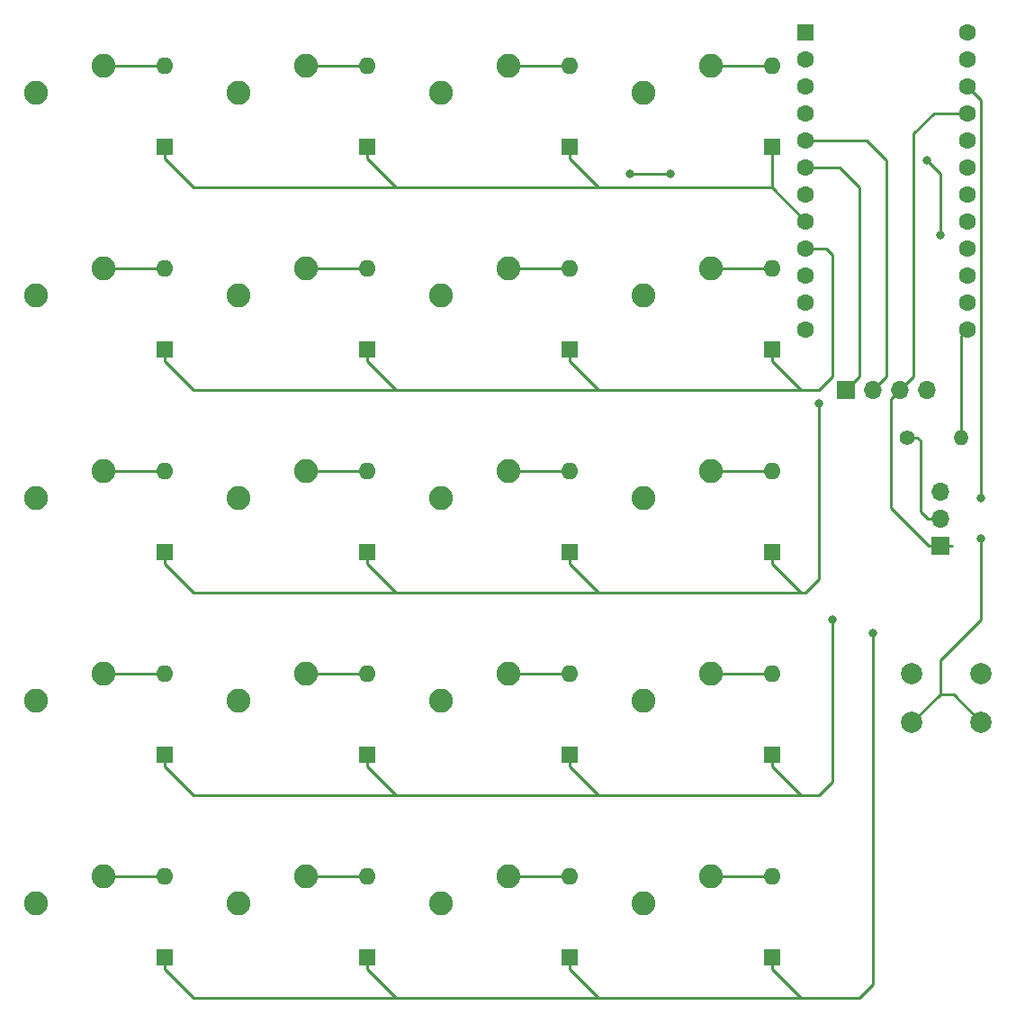
<source format=gbr>
G04 #@! TF.GenerationSoftware,KiCad,Pcbnew,(5.1.5)-3*
G04 #@! TF.CreationDate,2020-01-22T14:59:37+00:00*
G04 #@! TF.ProjectId,macro20,6d616372-6f32-4302-9e6b-696361645f70,rev?*
G04 #@! TF.SameCoordinates,Original*
G04 #@! TF.FileFunction,Copper,L1,Top*
G04 #@! TF.FilePolarity,Positive*
%FSLAX46Y46*%
G04 Gerber Fmt 4.6, Leading zero omitted, Abs format (unit mm)*
G04 Created by KiCad (PCBNEW (5.1.5)-3) date 2020-01-22 14:59:37*
%MOMM*%
%LPD*%
G04 APERTURE LIST*
%ADD10C,2.250000*%
%ADD11C,1.600000*%
%ADD12R,1.600000X1.600000*%
%ADD13O,1.400000X1.400000*%
%ADD14C,1.400000*%
%ADD15O,1.700000X1.700000*%
%ADD16R,1.700000X1.700000*%
%ADD17C,2.000000*%
%ADD18O,1.600000X1.600000*%
%ADD19C,0.800000*%
%ADD20C,0.250000*%
G04 APERTURE END LIST*
D10*
X139700000Y-57150000D03*
X133350000Y-59690000D03*
X82550000Y-57150000D03*
X76200000Y-59690000D03*
X82550000Y-76200000D03*
X76200000Y-78740000D03*
X82550000Y-95250000D03*
X76200000Y-97790000D03*
X82550000Y-114300000D03*
X76200000Y-116840000D03*
X82550000Y-133350000D03*
X76200000Y-135890000D03*
X101600000Y-57150000D03*
X95250000Y-59690000D03*
X101600000Y-76200000D03*
X95250000Y-78740000D03*
X101600000Y-95250000D03*
X95250000Y-97790000D03*
X101600000Y-114300000D03*
X95250000Y-116840000D03*
X101600000Y-133350000D03*
X95250000Y-135890000D03*
X120650000Y-57150000D03*
X114300000Y-59690000D03*
X120650000Y-76200000D03*
X114300000Y-78740000D03*
X120650000Y-95250000D03*
X114300000Y-97790000D03*
X120650000Y-114300000D03*
X114300000Y-116840000D03*
X120650000Y-133350000D03*
X114300000Y-135890000D03*
X139700000Y-76200000D03*
X133350000Y-78740000D03*
X139700000Y-95250000D03*
X133350000Y-97790000D03*
X139700000Y-114300000D03*
X133350000Y-116840000D03*
X139700000Y-133350000D03*
X133350000Y-135890000D03*
D11*
X163830000Y-53975000D03*
X163830000Y-56515000D03*
X163830000Y-59055000D03*
X163830000Y-61595000D03*
X163830000Y-64135000D03*
X163830000Y-66675000D03*
X163830000Y-69215000D03*
X163830000Y-71755000D03*
X163830000Y-74295000D03*
X163830000Y-76835000D03*
X163830000Y-79375000D03*
X163830000Y-81915000D03*
X148590000Y-81915000D03*
X148590000Y-79375000D03*
X148590000Y-76835000D03*
X148590000Y-74295000D03*
X148590000Y-71755000D03*
X148590000Y-69215000D03*
X148590000Y-66675000D03*
X148590000Y-64135000D03*
X148590000Y-61595000D03*
X148590000Y-59055000D03*
X148590000Y-56515000D03*
D12*
X148590000Y-53975000D03*
D13*
X163195000Y-92075000D03*
D14*
X158115000Y-92075000D03*
D15*
X160020000Y-87630000D03*
X157480000Y-87630000D03*
X154940000Y-87630000D03*
D16*
X152400000Y-87630000D03*
D17*
X165100000Y-114300000D03*
X165100000Y-118800000D03*
X158600000Y-114300000D03*
X158600000Y-118800000D03*
D15*
X161290000Y-97155000D03*
X161290000Y-99695000D03*
D16*
X161290000Y-102235000D03*
D18*
X145415000Y-133350000D03*
D12*
X145415000Y-140970000D03*
D18*
X145415000Y-114300000D03*
D12*
X145415000Y-121920000D03*
D18*
X145415000Y-95250000D03*
D12*
X145415000Y-102870000D03*
D18*
X145415000Y-76200000D03*
D12*
X145415000Y-83820000D03*
D18*
X145415000Y-57150000D03*
D12*
X145415000Y-64770000D03*
D18*
X126365000Y-133350000D03*
D12*
X126365000Y-140970000D03*
D18*
X126365000Y-114300000D03*
D12*
X126365000Y-121920000D03*
D18*
X126365000Y-95250000D03*
D12*
X126365000Y-102870000D03*
D18*
X126365000Y-76200000D03*
D12*
X126365000Y-83820000D03*
D18*
X126365000Y-57150000D03*
D12*
X126365000Y-64770000D03*
D18*
X107315000Y-133350000D03*
D12*
X107315000Y-140970000D03*
D18*
X107315000Y-114300000D03*
D12*
X107315000Y-121920000D03*
D18*
X107315000Y-95250000D03*
D12*
X107315000Y-102870000D03*
D18*
X107315000Y-76200000D03*
D12*
X107315000Y-83820000D03*
D18*
X107315000Y-57150000D03*
D12*
X107315000Y-64770000D03*
D18*
X88265000Y-133350000D03*
D12*
X88265000Y-140970000D03*
D18*
X88265000Y-114300000D03*
D12*
X88265000Y-121920000D03*
D18*
X88265000Y-95250000D03*
D12*
X88265000Y-102870000D03*
D18*
X88265000Y-76200000D03*
D12*
X88265000Y-83820000D03*
D18*
X88265000Y-57150000D03*
D12*
X88265000Y-64770000D03*
D19*
X149860000Y-88900000D03*
X151130000Y-109220000D03*
X154940000Y-110490000D03*
X135890000Y-67310000D03*
X132080000Y-67310000D03*
X160020000Y-66040000D03*
X161290000Y-73025000D03*
X165100000Y-97790000D03*
X165100000Y-101600000D03*
D20*
X82550000Y-57150000D02*
X88265000Y-57150000D01*
X88265000Y-65820000D02*
X91025000Y-68580000D01*
X88265000Y-64770000D02*
X88265000Y-65820000D01*
X142655000Y-68580000D02*
X142240000Y-68580000D01*
X107315000Y-65820000D02*
X110075000Y-68580000D01*
X107315000Y-64770000D02*
X107315000Y-65820000D01*
X91025000Y-68580000D02*
X111760000Y-68580000D01*
X110075000Y-68580000D02*
X111760000Y-68580000D01*
X123605000Y-68580000D02*
X121920000Y-68580000D01*
X144283630Y-68580000D02*
X142240000Y-68580000D01*
X129125000Y-68580000D02*
X129540000Y-68580000D01*
X126365000Y-65820000D02*
X129125000Y-68580000D01*
X111760000Y-68580000D02*
X129540000Y-68580000D01*
X126365000Y-64770000D02*
X126365000Y-65820000D01*
X129540000Y-68580000D02*
X142240000Y-68580000D01*
X145415000Y-68580000D02*
X148590000Y-71755000D01*
X145415000Y-64770000D02*
X145415000Y-68580000D01*
X145415000Y-68580000D02*
X144283630Y-68580000D01*
X82550000Y-76200000D02*
X88265000Y-76200000D01*
X88265000Y-84870000D02*
X88265000Y-83820000D01*
X91025000Y-87630000D02*
X88265000Y-84870000D01*
X148590000Y-74295000D02*
X150495000Y-74295000D01*
X150495000Y-74295000D02*
X151130000Y-74930000D01*
X151130000Y-86360000D02*
X149860000Y-87630000D01*
X151130000Y-74930000D02*
X151130000Y-86360000D01*
X148175000Y-87630000D02*
X149860000Y-87630000D01*
X145415000Y-84870000D02*
X148175000Y-87630000D01*
X145415000Y-83820000D02*
X145415000Y-84870000D01*
X126365000Y-84870000D02*
X129125000Y-87630000D01*
X126365000Y-83820000D02*
X126365000Y-84870000D01*
X129125000Y-87630000D02*
X130810000Y-87630000D01*
X149860000Y-87630000D02*
X130810000Y-87630000D01*
X110075000Y-87630000D02*
X113030000Y-87630000D01*
X107315000Y-84870000D02*
X110075000Y-87630000D01*
X107315000Y-83820000D02*
X107315000Y-84870000D01*
X130810000Y-87630000D02*
X113030000Y-87630000D01*
X113030000Y-87630000D02*
X91025000Y-87630000D01*
X82550000Y-95250000D02*
X88265000Y-95250000D01*
X88265000Y-103920000D02*
X88265000Y-102870000D01*
X91025000Y-106680000D02*
X88265000Y-103920000D01*
X126365000Y-103920000D02*
X129125000Y-106680000D01*
X126365000Y-102870000D02*
X126365000Y-103920000D01*
X129125000Y-106680000D02*
X129540000Y-106680000D01*
X107315000Y-103920000D02*
X110075000Y-106680000D01*
X107315000Y-102870000D02*
X107315000Y-103920000D01*
X110075000Y-106680000D02*
X111760000Y-106680000D01*
X129540000Y-106680000D02*
X111760000Y-106680000D01*
X111760000Y-106680000D02*
X91025000Y-106680000D01*
X147320000Y-106680000D02*
X146050000Y-106680000D01*
X146050000Y-106680000D02*
X129540000Y-106680000D01*
X148175000Y-106680000D02*
X148590000Y-106680000D01*
X145415000Y-102870000D02*
X145415000Y-103920000D01*
X145415000Y-103920000D02*
X148175000Y-106680000D01*
X148590000Y-106680000D02*
X146050000Y-106680000D01*
X149860000Y-105410000D02*
X148590000Y-106680000D01*
X149860000Y-88900000D02*
X149860000Y-105410000D01*
X82550000Y-114300000D02*
X88265000Y-114300000D01*
X88265000Y-122970000D02*
X91025000Y-125730000D01*
X88265000Y-121920000D02*
X88265000Y-122970000D01*
X91025000Y-125730000D02*
X92710000Y-125730000D01*
X110075000Y-125730000D02*
X110490000Y-125730000D01*
X107315000Y-122970000D02*
X110075000Y-125730000D01*
X107315000Y-121920000D02*
X107315000Y-122970000D01*
X92710000Y-125730000D02*
X110490000Y-125730000D01*
X129125000Y-125730000D02*
X130810000Y-125730000D01*
X126365000Y-122970000D02*
X129125000Y-125730000D01*
X126365000Y-121920000D02*
X126365000Y-122970000D01*
X110490000Y-125730000D02*
X130810000Y-125730000D01*
X151130000Y-124460000D02*
X149860000Y-125730000D01*
X130810000Y-125730000D02*
X137160000Y-125730000D01*
X151130000Y-109220000D02*
X151130000Y-124460000D01*
X137160000Y-125730000D02*
X138430000Y-125730000D01*
X148175000Y-125730000D02*
X148590000Y-125730000D01*
X145415000Y-121920000D02*
X145415000Y-122970000D01*
X145415000Y-122970000D02*
X148175000Y-125730000D01*
X149860000Y-125730000D02*
X148590000Y-125730000D01*
X148590000Y-125730000D02*
X137160000Y-125730000D01*
X82550000Y-133350000D02*
X88265000Y-133350000D01*
X88265000Y-142020000D02*
X91025000Y-144780000D01*
X88265000Y-140970000D02*
X88265000Y-142020000D01*
X91025000Y-144780000D02*
X93980000Y-144780000D01*
X107315000Y-142020000D02*
X110075000Y-144780000D01*
X107315000Y-140970000D02*
X107315000Y-142020000D01*
X93980000Y-144780000D02*
X120650000Y-144780000D01*
X110075000Y-144780000D02*
X120650000Y-144780000D01*
X126365000Y-142020000D02*
X129125000Y-144780000D01*
X126365000Y-140970000D02*
X126365000Y-142020000D01*
X120650000Y-144780000D02*
X133350000Y-144780000D01*
X129125000Y-144780000D02*
X133350000Y-144780000D01*
X154940000Y-143510000D02*
X153670000Y-144780000D01*
X154940000Y-110490000D02*
X154940000Y-143510000D01*
X133350000Y-144780000D02*
X139700000Y-144780000D01*
X139700000Y-144780000D02*
X140970000Y-144780000D01*
X148175000Y-144780000D02*
X148590000Y-144780000D01*
X145415000Y-140970000D02*
X145415000Y-142020000D01*
X153670000Y-144780000D02*
X148590000Y-144780000D01*
X145415000Y-142020000D02*
X148175000Y-144780000D01*
X148590000Y-144780000D02*
X139700000Y-144780000D01*
X101600000Y-57150000D02*
X107315000Y-57150000D01*
X101600000Y-76200000D02*
X107315000Y-76200000D01*
X101600000Y-95250000D02*
X107315000Y-95250000D01*
X101600000Y-114300000D02*
X107315000Y-114300000D01*
X101600000Y-133350000D02*
X107315000Y-133350000D01*
X120650000Y-57150000D02*
X126365000Y-57150000D01*
X120650000Y-76200000D02*
X126365000Y-76200000D01*
X120650000Y-95250000D02*
X126365000Y-95250000D01*
X120650000Y-114300000D02*
X126365000Y-114300000D01*
X120650000Y-133350000D02*
X126365000Y-133350000D01*
X139700000Y-57150000D02*
X145415000Y-57150000D01*
X139700000Y-76200000D02*
X145415000Y-76200000D01*
X139700000Y-95250000D02*
X145415000Y-95250000D01*
X139700000Y-114300000D02*
X145415000Y-114300000D01*
X139700000Y-133350000D02*
X145415000Y-133350000D01*
X135890000Y-67310000D02*
X132080000Y-67310000D01*
X160655000Y-61595000D02*
X163830000Y-61595000D01*
X158750000Y-86360000D02*
X158750000Y-63500000D01*
X158750000Y-63500000D02*
X160655000Y-61595000D01*
X158750000Y-86360000D02*
X157480000Y-87630000D01*
X161290000Y-102235000D02*
X162390000Y-102235000D01*
X156630001Y-88479999D02*
X157480000Y-87630000D01*
X156630001Y-98675001D02*
X156630001Y-88479999D01*
X160190000Y-102235000D02*
X156630001Y-98675001D01*
X161290000Y-102235000D02*
X160190000Y-102235000D01*
X151765000Y-66675000D02*
X148590000Y-66675000D01*
X153670000Y-68580000D02*
X151765000Y-66675000D01*
X153670000Y-86360000D02*
X153670000Y-68580000D01*
X153670000Y-86360000D02*
X152400000Y-87630000D01*
X154305000Y-64135000D02*
X148590000Y-64135000D01*
X156210000Y-66040000D02*
X154305000Y-64135000D01*
X156210000Y-86360000D02*
X156210000Y-66040000D01*
X156210000Y-86360000D02*
X154940000Y-87630000D01*
X161290000Y-67310000D02*
X160020000Y-66040000D01*
X161290000Y-73025000D02*
X161290000Y-67310000D01*
X161290000Y-99695000D02*
X160087919Y-99695000D01*
X160087919Y-99695000D02*
X159385000Y-98992081D01*
X159385000Y-92355051D02*
X159385000Y-94615000D01*
X158115000Y-92075000D02*
X159104949Y-92075000D01*
X159385000Y-98992081D02*
X159385000Y-94615000D01*
X159104949Y-92075000D02*
X159385000Y-92355051D01*
X159385000Y-94615000D02*
X159385000Y-93980000D01*
X163830000Y-59055000D02*
X165100000Y-60325000D01*
X161290000Y-113030000D02*
X161290000Y-116110000D01*
X162505000Y-116205000D02*
X161290000Y-116205000D01*
X165100000Y-118800000D02*
X162505000Y-116205000D01*
X161290000Y-116110000D02*
X161290000Y-116205000D01*
X161290000Y-116205000D02*
X158600000Y-118800000D01*
X165100000Y-109220000D02*
X161290000Y-113030000D01*
X165100000Y-101600000D02*
X165100000Y-109220000D01*
X165100000Y-60325000D02*
X165100000Y-97790000D01*
X163195000Y-82550000D02*
X163830000Y-81915000D01*
X163195000Y-92075000D02*
X163195000Y-82550000D01*
M02*

</source>
